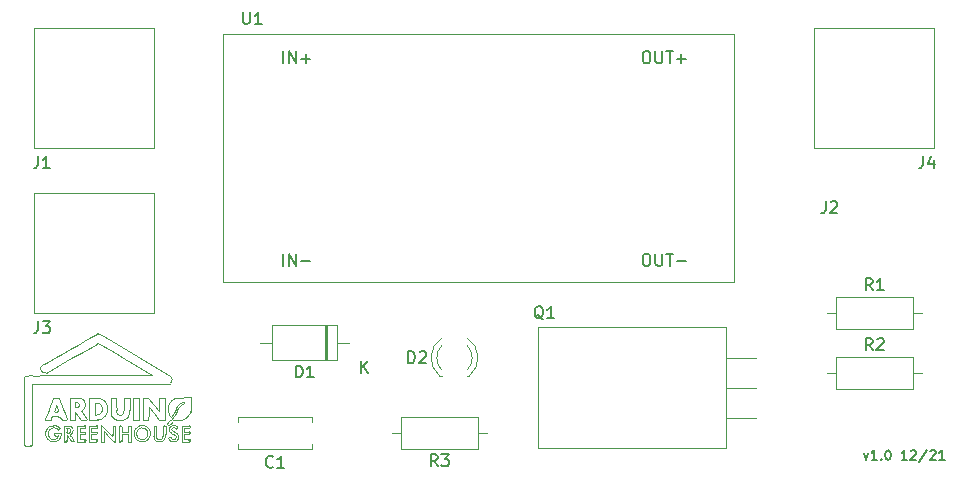
<source format=gto>
G04 #@! TF.GenerationSoftware,KiCad,Pcbnew,(5.1.9)-1*
G04 #@! TF.CreationDate,2021-12-30T20:04:45+01:00*
G04 #@! TF.ProjectId,Pumpe,50756d70-652e-46b6-9963-61645f706362,rev?*
G04 #@! TF.SameCoordinates,Original*
G04 #@! TF.FileFunction,Legend,Top*
G04 #@! TF.FilePolarity,Positive*
%FSLAX46Y46*%
G04 Gerber Fmt 4.6, Leading zero omitted, Abs format (unit mm)*
G04 Created by KiCad (PCBNEW (5.1.9)-1) date 2021-12-30 20:04:45*
%MOMM*%
%LPD*%
G01*
G04 APERTURE LIST*
%ADD10C,0.152400*%
%ADD11C,0.120000*%
%ADD12C,0.150000*%
%ADD13C,2.000000*%
%ADD14O,1.600000X1.600000*%
%ADD15C,1.600000*%
%ADD16O,2.000000X1.905000*%
%ADD17R,2.000000X1.905000*%
%ADD18O,3.500000X3.500000*%
%ADD19C,3.000000*%
%ADD20C,1.800000*%
%ADD21R,1.800000X1.800000*%
%ADD22O,2.200000X2.200000*%
%ADD23R,2.200000X2.200000*%
G04 APERTURE END LIST*
D10*
X174355276Y-72850828D02*
X174548800Y-73392695D01*
X174742323Y-72850828D01*
X175477714Y-73392695D02*
X175013257Y-73392695D01*
X175245485Y-73392695D02*
X175245485Y-72579895D01*
X175168076Y-72696009D01*
X175090666Y-72773419D01*
X175013257Y-72812123D01*
X175826057Y-73315285D02*
X175864761Y-73353990D01*
X175826057Y-73392695D01*
X175787352Y-73353990D01*
X175826057Y-73315285D01*
X175826057Y-73392695D01*
X176367923Y-72579895D02*
X176445333Y-72579895D01*
X176522742Y-72618600D01*
X176561447Y-72657304D01*
X176600152Y-72734714D01*
X176638857Y-72889533D01*
X176638857Y-73083057D01*
X176600152Y-73237876D01*
X176561447Y-73315285D01*
X176522742Y-73353990D01*
X176445333Y-73392695D01*
X176367923Y-73392695D01*
X176290514Y-73353990D01*
X176251809Y-73315285D01*
X176213104Y-73237876D01*
X176174400Y-73083057D01*
X176174400Y-72889533D01*
X176213104Y-72734714D01*
X176251809Y-72657304D01*
X176290514Y-72618600D01*
X176367923Y-72579895D01*
X178032228Y-73392695D02*
X177567771Y-73392695D01*
X177800000Y-73392695D02*
X177800000Y-72579895D01*
X177722590Y-72696009D01*
X177645180Y-72773419D01*
X177567771Y-72812123D01*
X178341866Y-72657304D02*
X178380571Y-72618600D01*
X178457980Y-72579895D01*
X178651504Y-72579895D01*
X178728914Y-72618600D01*
X178767619Y-72657304D01*
X178806323Y-72734714D01*
X178806323Y-72812123D01*
X178767619Y-72928238D01*
X178303161Y-73392695D01*
X178806323Y-73392695D01*
X179735238Y-72541190D02*
X179038552Y-73586219D01*
X179967466Y-72657304D02*
X180006171Y-72618600D01*
X180083580Y-72579895D01*
X180277104Y-72579895D01*
X180354514Y-72618600D01*
X180393219Y-72657304D01*
X180431923Y-72734714D01*
X180431923Y-72812123D01*
X180393219Y-72928238D01*
X179928761Y-73392695D01*
X180431923Y-73392695D01*
X181206019Y-73392695D02*
X180741561Y-73392695D01*
X180973790Y-73392695D02*
X180973790Y-72579895D01*
X180896380Y-72696009D01*
X180818971Y-72773419D01*
X180741561Y-72812123D01*
D11*
X115655258Y-71490231D02*
G75*
G02*
X115686934Y-71502208I-18608J-97091D01*
G01*
X115513295Y-71575020D02*
G75*
G02*
X115541791Y-71512284I78794J2049D01*
G01*
X115541791Y-71512283D02*
G75*
G02*
X115613861Y-71486300I72069J-86957D01*
G01*
X115816640Y-71670226D02*
G75*
G02*
X115739342Y-71609175I174463J300349D01*
G01*
X115991944Y-71706909D02*
G75*
G02*
X115911831Y-71709180I-44022J138701D01*
G01*
X116150723Y-71843177D02*
G75*
G02*
X116047694Y-71875970I-150208J293683D01*
G01*
X115776674Y-70898195D02*
G75*
G02*
X115768667Y-70826885I76017J44640D01*
G01*
X116264335Y-70658246D02*
G75*
G02*
X116283774Y-70692370I-77860J-66951D01*
G01*
X115846013Y-70969863D02*
G75*
G02*
X115776674Y-70898196I113106J178808D01*
G01*
X115989759Y-71049220D02*
G75*
G02*
X116206841Y-71181579I-533615J-1119382D01*
G01*
X115810653Y-71880925D02*
G75*
G02*
X115742423Y-71863758I30834J266732D01*
G01*
X115739343Y-71609174D02*
G75*
G02*
X115713861Y-71545378I67118J63796D01*
G01*
X116062575Y-71666376D02*
G75*
G02*
X115991944Y-71706909I-128723J142500D01*
G01*
X116142531Y-71513231D02*
G75*
G02*
X116115705Y-71597708I-254557J34337D01*
G01*
X106858212Y-71845587D02*
G75*
G02*
X106828392Y-71875700I-48810J18514D01*
G01*
X106828392Y-71875700D02*
G75*
G02*
X106772108Y-71886300I-56284J144122D01*
G01*
X116228513Y-71782471D02*
G75*
G02*
X116150722Y-71843177I-196821J172021D01*
G01*
X106673861Y-71201641D02*
X106673861Y-71886300D01*
X116184509Y-70803347D02*
G75*
G02*
X116140211Y-70789031I3072J85202D01*
G01*
X115613860Y-71486301D02*
G75*
G02*
X115655257Y-71490232I1J-219933D01*
G01*
X115952495Y-70688936D02*
G75*
G02*
X116024686Y-70703199I3092J-174184D01*
G01*
X115879732Y-70705698D02*
G75*
G02*
X115952495Y-70688937I75963J-163458D01*
G01*
X115814719Y-70751155D02*
G75*
G02*
X115879731Y-70705697I160923J-160923D01*
G01*
X116221438Y-70613419D02*
G75*
G02*
X116264335Y-70658246I-399443J-425189D01*
G01*
X116284488Y-70722414D02*
G75*
G02*
X116268463Y-70752804I-80202J22872D01*
G01*
X115683800Y-71830322D02*
G75*
G02*
X115621344Y-71774112I347867J449324D01*
G01*
X116268464Y-70752804D02*
G75*
G02*
X116225891Y-70791448I-157401J130631D01*
G01*
X115989758Y-71049221D02*
G75*
G02*
X115846013Y-70969864I593213J1244405D01*
G01*
X115911831Y-71709181D02*
G75*
G02*
X115816640Y-71670226I92852J362682D01*
G01*
X115706684Y-71521142D02*
G75*
G02*
X115713861Y-71545378I-37334J-24236D01*
G01*
X115621344Y-71774112D02*
G75*
G02*
X115540816Y-71669018I434808J416573D01*
G01*
X115686934Y-71502208D02*
G75*
G02*
X115706684Y-71521142I-30431J-51510D01*
G01*
X116225891Y-70791447D02*
G75*
G02*
X116184509Y-70803347I-38886J57323D01*
G01*
X116293447Y-71687102D02*
G75*
G02*
X116228514Y-71782472I-426258J220427D01*
G01*
X115742423Y-71863758D02*
G75*
G02*
X115683800Y-71830322I88920J224010D01*
G01*
X116137731Y-71427480D02*
G75*
G02*
X116142530Y-71513231I-220549J-55354D01*
G01*
X116024685Y-70703198D02*
G75*
G02*
X116088146Y-70746300I-81073J-187637D01*
G01*
X116140211Y-70789031D02*
G75*
G02*
X116088146Y-70746300I190956J285750D01*
G01*
X115903974Y-71886301D02*
G75*
G02*
X115810653Y-71880925I0J812656D01*
G01*
X106872585Y-71779155D02*
G75*
G02*
X106858213Y-71845587I-227730J14496D01*
G01*
X115768667Y-70826886D02*
G75*
G02*
X115814720Y-70751156I178410J-56627D01*
G01*
X116007906Y-70509504D02*
G75*
G02*
X116122717Y-70545400I-61837J-399336D01*
G01*
X116353044Y-71495437D02*
G75*
G02*
X116293447Y-71687101I-569352J71940D01*
G01*
X116206841Y-71181579D02*
G75*
G02*
X116326213Y-71328457I-242882J-319343D01*
G01*
X116115705Y-71597709D02*
G75*
G02*
X116062575Y-71666376I-217812J113640D01*
G01*
X106673861Y-71886300D02*
X106772108Y-71886300D01*
X116283774Y-70692370D02*
G75*
G02*
X116284488Y-70722414I-47932J-16171D01*
G01*
X115767010Y-70543052D02*
G75*
G02*
X115886095Y-70508721I181425J-405614D01*
G01*
X115886095Y-70508720D02*
G75*
G02*
X116007906Y-70509504I58263J-411173D01*
G01*
X116122717Y-70545400D02*
G75*
G02*
X116221438Y-70613419I-174326J-358664D01*
G01*
X116326213Y-71328457D02*
G75*
G02*
X116353044Y-71495438I-271545J-129279D01*
G01*
X116047694Y-71875969D02*
G75*
G02*
X115903974Y-71886300I-143721J994545D01*
G01*
X115540815Y-71669018D02*
G75*
G02*
X115513294Y-71575020I163747J98971D01*
G01*
X109504192Y-70684073D02*
G75*
G02*
X109475861Y-70712729I-43974J15142D01*
G01*
X109465861Y-71873669D02*
G75*
G02*
X109385787Y-71884584I-84605J321497D01*
G01*
X107953861Y-71686300D02*
X107953861Y-71466300D01*
X108953861Y-71046300D02*
X108953861Y-70886300D01*
X108213861Y-71046300D02*
X107953861Y-71046300D01*
X108466606Y-70538317D02*
G75*
G02*
X108499424Y-70565560I-11487J-47226D01*
G01*
X108464824Y-71088667D02*
G75*
G02*
X108473861Y-71146300I-179268J-57633D01*
G01*
X109452894Y-71213851D02*
G75*
G02*
X109383577Y-71228643I-88953J247030D01*
G01*
X109475860Y-70712729D02*
G75*
G02*
X109413284Y-70724291I-67039J187711D01*
G01*
X109233861Y-70726300D02*
X109413284Y-70724291D01*
X108953861Y-70726300D02*
X109233861Y-70726300D01*
X109504192Y-71728527D02*
G75*
G02*
X109513861Y-71786300I-167770J-57773D01*
G01*
X109133861Y-71886300D02*
X109385787Y-71884584D01*
X109415006Y-71048189D02*
X109236643Y-71046300D01*
X108953861Y-70886300D02*
X108953861Y-70726300D01*
X109236643Y-71046300D02*
X108953861Y-71046300D01*
X109488287Y-71185655D02*
G75*
G02*
X109452894Y-71213850I-59253J38067D01*
G01*
X109415006Y-71048189D02*
G75*
G02*
X109477617Y-71059031I-4494J-212155D01*
G01*
X108452894Y-70693851D02*
G75*
G02*
X108383577Y-70708643I-88953J247030D01*
G01*
X109477616Y-71059031D02*
G75*
G02*
X109503126Y-71085636I-12508J-37525D01*
G01*
X109503126Y-71085636D02*
G75*
G02*
X109506643Y-71136300I-116868J-33567D01*
G01*
X108753861Y-71206300D02*
X108753861Y-71886300D01*
X107953861Y-71046300D02*
X107953861Y-70888128D01*
X108506643Y-70616301D02*
G75*
G02*
X108488287Y-70665655I-122191J17354D01*
G01*
X108953861Y-71686300D02*
X108953861Y-71468128D01*
X109506643Y-71136301D02*
G75*
G02*
X109488287Y-71185655I-122191J17354D01*
G01*
X109223861Y-71238128D02*
X109383577Y-71228643D01*
X108437860Y-71060146D02*
G75*
G02*
X108464824Y-71088667I-16321J-42437D01*
G01*
X108953861Y-71468128D02*
X108953861Y-71249956D01*
X109233861Y-71686300D02*
X108953861Y-71686300D01*
X108464824Y-71203933D02*
G75*
G02*
X108437861Y-71232454I-43285J13915D01*
G01*
X109500971Y-71844359D02*
G75*
G02*
X109465861Y-71873669I-48824J22802D01*
G01*
X109413284Y-71688310D02*
X109233861Y-71686300D01*
X109413285Y-71688310D02*
G75*
G02*
X109475861Y-71699872I-4464J-199273D01*
G01*
X109475861Y-71699872D02*
G75*
G02*
X109504192Y-71728528I-15643J-43798D01*
G01*
X108384989Y-70527975D02*
X108136643Y-70526300D01*
X107753861Y-70526300D02*
X107753861Y-71206300D01*
X108473860Y-71146301D02*
G75*
G02*
X108464824Y-71203934I-188304J0D01*
G01*
X108437860Y-71232454D02*
G75*
G02*
X108378802Y-71244200I-63567J165276D01*
G01*
X108136643Y-70526300D02*
X107753861Y-70526300D01*
X108378803Y-71048401D02*
G75*
G02*
X108437861Y-71060147I-4510J-177022D01*
G01*
X108213861Y-71246300D02*
X108378802Y-71244200D01*
X107953861Y-71466300D02*
X107953861Y-71246300D01*
X107953861Y-71246300D02*
X108213861Y-71246300D01*
X108233861Y-71686300D02*
X107953861Y-71686300D01*
X108499424Y-70565560D02*
G75*
G02*
X108506643Y-70616300I-83828J-37810D01*
G01*
X107953861Y-70888128D02*
X107953861Y-70729956D01*
X108488287Y-70665655D02*
G75*
G02*
X108452894Y-70693850I-59253J38067D01*
G01*
X108223861Y-70718128D02*
X108383577Y-70708643D01*
X108384989Y-70527975D02*
G75*
G02*
X108466607Y-70538318I-4939J-366188D01*
G01*
X108753861Y-71886300D02*
X109133861Y-71886300D01*
X111313861Y-71886300D02*
X111413861Y-71886300D01*
X111313861Y-71206300D02*
X111313861Y-71886300D01*
X108753861Y-70526300D02*
X108753861Y-71206300D01*
X109133861Y-70526300D02*
X108753861Y-70526300D01*
X109385787Y-70528017D02*
X109133861Y-70526300D01*
X109385787Y-70528017D02*
G75*
G02*
X109465861Y-70538932I-4531J-332412D01*
G01*
X108953861Y-71249956D02*
X109223861Y-71238128D01*
X107953861Y-70729956D02*
X108223861Y-70718128D01*
X109513861Y-71786301D02*
G75*
G02*
X109500971Y-71844360I-137202J0D01*
G01*
X109465861Y-70538931D02*
G75*
G02*
X109500971Y-70568241I-13714J-52113D01*
G01*
X108378802Y-71048401D02*
X108213861Y-71046300D01*
X109500971Y-70568241D02*
G75*
G02*
X109513861Y-70626300I-124312J-58059D01*
G01*
X109513860Y-70626300D02*
G75*
G02*
X109504192Y-70684073I-177438J-1D01*
G01*
X107172402Y-70804688D02*
G75*
G02*
X107216898Y-70886961I-146008J-132136D01*
G01*
X106872585Y-71779155D02*
X106882108Y-71596300D01*
X106673861Y-70516981D02*
X106673861Y-71201641D01*
X108413284Y-71688310D02*
X108233861Y-71686300D01*
X107403860Y-71886099D02*
G75*
G02*
X107337929Y-71871918I296J161732D01*
G01*
X108413285Y-71688310D02*
G75*
G02*
X108475861Y-71699872I-4464J-199273D01*
G01*
X108475861Y-71699872D02*
G75*
G02*
X108504192Y-71728528I-15643J-43798D01*
G01*
X108504192Y-71728527D02*
G75*
G02*
X108513861Y-71786300I-167770J-57773D01*
G01*
X108513861Y-71786301D02*
G75*
G02*
X108500971Y-71844360I-137202J0D01*
G01*
X108465861Y-71873669D02*
G75*
G02*
X108385787Y-71884584I-84605J321497D01*
G01*
X107753861Y-71886300D02*
X108133861Y-71886300D01*
X107508840Y-71842708D02*
X107469055Y-71781497D01*
X107508841Y-71842708D02*
G75*
G02*
X107513861Y-71859935I-27048J-17227D01*
G01*
X107088871Y-70749327D02*
G75*
G02*
X107136923Y-70774668I-126447J-298004D01*
G01*
X107419777Y-71709876D02*
X107361331Y-71629935D01*
X106873861Y-70948996D02*
X106876142Y-70805669D01*
X107218424Y-70980496D02*
G75*
G02*
X107177138Y-71060661I-176195J40027D01*
G01*
X107167358Y-70567318D02*
G75*
G02*
X107236025Y-70601697I-89024J-263580D01*
G01*
X107419118Y-70936899D02*
G75*
G02*
X107380204Y-71083666I-350756J14458D01*
G01*
X106893861Y-71306300D02*
X107093861Y-71596099D01*
X107197768Y-71297623D02*
G75*
G02*
X107281206Y-71211390I634091J-530054D01*
G01*
X107361331Y-71629935D02*
X107213621Y-71427888D01*
X107469055Y-71781497D02*
X107419777Y-71709876D01*
X107513861Y-71859934D02*
G75*
G02*
X107507086Y-71870142I-11077J-1D01*
G01*
X107446019Y-71884269D02*
G75*
G02*
X107403861Y-71886099I-41304J464948D01*
G01*
X106882108Y-71596300D02*
X106893861Y-71306300D01*
X107304005Y-70658263D02*
G75*
G02*
X107392224Y-70789090I-292179J-292179D01*
G01*
X107182721Y-71355690D02*
G75*
G02*
X107197768Y-71297622I68764J13164D01*
G01*
X107093861Y-71596099D02*
X107204886Y-71750815D01*
X107481547Y-71878497D02*
G75*
G02*
X107446018Y-71884269I-57527J241864D01*
G01*
X107036435Y-70732058D02*
G75*
G02*
X107088871Y-70749327I-77392J-323240D01*
G01*
X108500971Y-71844359D02*
G75*
G02*
X108465861Y-71873669I-48824J22802D01*
G01*
X107213621Y-71427888D02*
G75*
G02*
X107182721Y-71355690I149653J106763D01*
G01*
X107177138Y-71060661D02*
G75*
G02*
X107103768Y-71106808I-116451J103747D01*
G01*
X108133861Y-71886300D02*
X108385787Y-71884584D01*
X106938665Y-71151617D02*
G75*
G02*
X106896639Y-71144157I-12790J50053D01*
G01*
X106876142Y-70805668D02*
G75*
G02*
X106888971Y-70755869I117610J-3746D01*
G01*
X107753861Y-71206300D02*
X107753861Y-71886300D01*
X107216897Y-70886961D02*
G75*
G02*
X107218423Y-70980496I-190600J-49888D01*
G01*
X107236025Y-70601696D02*
G75*
G02*
X107304005Y-70658263I-274646J-399194D01*
G01*
X107077480Y-70546861D02*
G75*
G02*
X107167358Y-70567318I-55065J-449601D01*
G01*
X107136923Y-70774668D02*
G75*
G02*
X107172402Y-70804689I-94485J-147636D01*
G01*
X106876723Y-71107928D02*
X106873861Y-70948996D01*
X107337929Y-71871918D02*
G75*
G02*
X107276899Y-71831321I91318J203451D01*
G01*
X107380204Y-71083667D02*
G75*
G02*
X107281206Y-71211390I-396090J204782D01*
G01*
X106987661Y-70726301D02*
G75*
G02*
X107036435Y-70732058I0J-209471D01*
G01*
X106896639Y-71144157D02*
G75*
G02*
X106876723Y-71107928I26004J37884D01*
G01*
X107507086Y-71870142D02*
G75*
G02*
X107481548Y-71878497I-63192J149954D01*
G01*
X107392223Y-70789090D02*
G75*
G02*
X107419118Y-70936899I-315223J-133708D01*
G01*
X106919414Y-70732922D02*
G75*
G02*
X106987661Y-70726300I68247J-348387D01*
G01*
X106888971Y-70755870D02*
G75*
G02*
X106919414Y-70732922I38825J-19840D01*
G01*
X107103768Y-71106808D02*
X106938665Y-71151617D01*
X106934914Y-70533603D02*
X106673861Y-70516981D01*
X107276899Y-71831322D02*
G75*
G02*
X107204886Y-71750815I415340J443984D01*
G01*
X107077480Y-70546861D02*
X106934914Y-70533603D01*
X115762239Y-70247420D02*
X115901496Y-70108361D01*
X106326934Y-69746300D02*
X106373807Y-69886300D01*
X105985335Y-69734815D02*
X106326934Y-69746300D01*
X105643735Y-69723330D02*
X105985335Y-69734815D01*
X105379497Y-69074625D02*
X105246289Y-69426279D01*
X116843861Y-68128976D02*
X116604355Y-68133627D01*
X117390468Y-68922603D02*
X117393861Y-68691660D01*
X105579122Y-69884815D02*
X105643735Y-69723330D01*
X116395640Y-68145289D02*
X116226867Y-68162465D01*
X105514508Y-70046300D02*
X105579122Y-69884815D01*
X105043108Y-70028177D02*
G75*
G02*
X105032841Y-70016300I2227J12301D01*
G01*
X116031437Y-70036234D02*
G75*
G02*
X116096806Y-70047420I4192J-172094D01*
G01*
X115461572Y-70293846D02*
G75*
G02*
X115577933Y-70166300I1208641J-985797D01*
G01*
X105274184Y-70046300D02*
X105514508Y-70046300D01*
X115779839Y-69917253D02*
X115665103Y-70069196D01*
X117380251Y-69138880D02*
X117390468Y-68922603D01*
X117134355Y-69754946D02*
G75*
G02*
X116971394Y-69913022I-1156518J1029224D01*
G01*
X116604355Y-68133627D02*
X116395640Y-68145289D01*
X115410268Y-70457499D02*
G75*
G02*
X115403885Y-70395533I60868J37581D01*
G01*
X115500336Y-70474202D02*
G75*
G02*
X115461898Y-70486300I-38438J55011D01*
G01*
X117393861Y-68126300D02*
X116843861Y-68128976D01*
X116246597Y-70080699D02*
G75*
G02*
X116096806Y-70047420I39291J530604D01*
G01*
X116658927Y-70059686D02*
G75*
G02*
X116451965Y-70083112I-291256J1647203D01*
G01*
X117271393Y-69576065D02*
G75*
G02*
X117134355Y-69754946I-1283055J841002D01*
G01*
X105246289Y-69426279D02*
X105134250Y-69727308D01*
X116122732Y-68185089D02*
G75*
G02*
X116226867Y-68162465I179210J-573905D01*
G01*
X117365420Y-69319774D02*
X117380251Y-69138880D01*
X115973767Y-70052915D02*
G75*
G02*
X116031437Y-70036234I60543J-101278D01*
G01*
X116971394Y-69913022D02*
G75*
G02*
X116815409Y-70011162I-438695J524238D01*
G01*
X115461898Y-70486301D02*
G75*
G02*
X115410267Y-70457499I0J60679D01*
G01*
X115500336Y-70474202D02*
X115578189Y-70416129D01*
X105181976Y-70044139D02*
X105274184Y-70046300D01*
X116815408Y-70011161D02*
G75*
G02*
X116658926Y-70059686I-270267J594987D01*
G01*
X105104156Y-70037488D02*
X105181976Y-70044139D01*
X115665103Y-70069195D02*
G75*
G02*
X115577933Y-70166300I-808263J637892D01*
G01*
X105043109Y-70028178D02*
X105104156Y-70037488D01*
X105032841Y-70016301D02*
G75*
G02*
X105036516Y-69993342I60671J2063D01*
G01*
X115403885Y-70395533D02*
G75*
G02*
X115461572Y-70293846I328327J-119054D01*
G01*
X105134250Y-69727308D02*
X105036516Y-69993342D01*
X117393861Y-68691660D02*
X117393861Y-68126300D01*
X117365420Y-69319774D02*
G75*
G02*
X117346820Y-69414027I-497386J49194D01*
G01*
X117346819Y-69414026D02*
G75*
G02*
X117271394Y-69576065I-594266J178045D01*
G01*
X116451964Y-70083112D02*
G75*
G02*
X116246597Y-70080699I-83299J1650899D01*
G01*
X115901496Y-70108360D02*
G75*
G02*
X115973768Y-70052915I274848J-283432D01*
G01*
X115668302Y-70338912D02*
X115762239Y-70247420D01*
X115578189Y-70416129D02*
X115668302Y-70338912D01*
X106298821Y-70741838D02*
G75*
G02*
X106305651Y-70769861I-40723J-24769D01*
G01*
X113378958Y-70505686D02*
G75*
G02*
X113504599Y-70548210I-242927J-924634D01*
G01*
X112872629Y-70886284D02*
G75*
G02*
X113174634Y-70703744I383130J-292777D01*
G01*
X113843896Y-70808071D02*
G75*
G02*
X113926027Y-70992930I-489590J-328197D01*
G01*
X116066673Y-71333338D02*
G75*
G02*
X116114434Y-71380983I-205322J-253581D01*
G01*
X115995239Y-71284331D02*
G75*
G02*
X116066673Y-71333338I-272547J-473836D01*
G01*
X113703755Y-70661276D02*
G75*
G02*
X113843895Y-70808072I-353295J-477569D01*
G01*
X113021213Y-70544253D02*
G75*
G02*
X113159514Y-70503656I424473J-1190186D01*
G01*
X113419568Y-71880348D02*
G75*
G02*
X113097858Y-71876824I-152223J789886D01*
G01*
X112559832Y-71243452D02*
G75*
G02*
X112674568Y-70816362I701974J40375D01*
G01*
X105621102Y-70516434D02*
X105564117Y-70530985D01*
X115898266Y-71233587D02*
X115995239Y-71284330D01*
X105746356Y-70494459D02*
X105685123Y-70503721D01*
X113174634Y-70703744D02*
G75*
G02*
X113517362Y-70777501I79305J-464651D01*
G01*
X113271150Y-70491311D02*
G75*
G02*
X113378959Y-70505686I-3589J-438380D01*
G01*
X113159515Y-70503657D02*
G75*
G02*
X113271150Y-70491312I107741J-463385D01*
G01*
X106191044Y-70878207D02*
G75*
G02*
X106159036Y-70864021I9475J64585D01*
G01*
X106188849Y-70632240D02*
G75*
G02*
X106270424Y-70701969I-159693J-269403D01*
G01*
X115810682Y-71187630D02*
X115898266Y-71233587D01*
X115726558Y-71134366D02*
X115810682Y-71187630D01*
X115656711Y-71081751D02*
G75*
G02*
X115617797Y-71039782I133176J162506D01*
G01*
X115566121Y-70758573D02*
G75*
G02*
X115639398Y-70632930I297671J-89417D01*
G01*
X113698468Y-71754785D02*
G75*
G02*
X113419568Y-71880347I-404424J525781D01*
G01*
X105793860Y-70490787D02*
G75*
G02*
X105903079Y-70505696I9269J-339608D01*
G01*
X106050014Y-70560646D02*
G75*
G02*
X106188849Y-70632240I-536861J-1211502D01*
G01*
X115639398Y-70632930D02*
G75*
G02*
X115767010Y-70543052I293731J-281514D01*
G01*
X112767605Y-71233397D02*
G75*
G02*
X112872629Y-70886284I515427J33496D01*
G01*
X105716962Y-70703213D02*
G75*
G02*
X105857843Y-70700986I78102J-483337D01*
G01*
X105581474Y-70745368D02*
G75*
G02*
X105716963Y-70703214I215776J-454714D01*
G01*
X112916937Y-71563224D02*
G75*
G02*
X112767605Y-71233397I363131J363130D01*
G01*
X105374581Y-70920119D02*
G75*
G02*
X105581475Y-70745368I434151J-304157D01*
G01*
X113103034Y-71681771D02*
G75*
G02*
X112916937Y-71563224I174269J478913D01*
G01*
X113504599Y-70548210D02*
G75*
G02*
X113703755Y-70661276I-367016J-878394D01*
G01*
X113672835Y-71478707D02*
G75*
G02*
X113520848Y-71634961I-418845J255363D01*
G01*
X113743562Y-71096179D02*
G75*
G02*
X113746136Y-71289459I-463798J-102834D01*
G01*
X113664123Y-70919419D02*
G75*
G02*
X113743562Y-71096179I-387112J-280204D01*
G01*
X112722987Y-71651965D02*
G75*
G02*
X112559833Y-71243452I529619J448359D01*
G01*
X105549776Y-71635503D02*
G75*
G02*
X105355674Y-71427014I343862J514731D01*
G01*
X105857843Y-70700987D02*
G75*
G02*
X105990064Y-70738591I-59562J-460680D01*
G01*
X105685123Y-70503721D02*
X105621102Y-70516434D01*
X106220128Y-70871086D02*
G75*
G02*
X106191045Y-70878206I-23308J32250D01*
G01*
X113318061Y-71707441D02*
G75*
G02*
X113103034Y-71681770I-52737J471665D01*
G01*
X113746136Y-71289460D02*
G75*
G02*
X113672835Y-71478708I-562691J109126D01*
G01*
X113886590Y-71520543D02*
G75*
G02*
X113698468Y-71754785I-575802J269770D01*
G01*
X105746356Y-70494458D02*
G75*
G02*
X105793861Y-70490786I60542J-474076D01*
G01*
X113517362Y-70777501D02*
G75*
G02*
X113664123Y-70919419I-326479J-484464D01*
G01*
X106305650Y-70769861D02*
G75*
G02*
X106295199Y-70797423I-50721J3471D01*
G01*
X113953860Y-71218398D02*
G75*
G02*
X113886590Y-71520543I-712176J0D01*
G01*
X112674568Y-70816362D02*
G75*
G02*
X113021213Y-70544253I579884J-381872D01*
G01*
X105903079Y-70505696D02*
G75*
G02*
X106050014Y-70560646I-389670J-1265881D01*
G01*
X106295199Y-70797423D02*
G75*
G02*
X106261249Y-70836055I-316442J243860D01*
G01*
X106261249Y-70836055D02*
G75*
G02*
X106220128Y-70871086I-239596J239596D01*
G01*
X105291808Y-71167113D02*
G75*
G02*
X105374580Y-70920119I458645J-16334D01*
G01*
X106100421Y-70812463D02*
X106159036Y-70864021D01*
X113926028Y-70992930D02*
G75*
G02*
X113953861Y-71218399I-899307J-225469D01*
G01*
X113097859Y-71876824D02*
G75*
G02*
X112722987Y-71651966I142948J663229D01*
G01*
X106270425Y-70701969D02*
G75*
G02*
X106298821Y-70741837I-260485J-215578D01*
G01*
X105355674Y-71427014D02*
G75*
G02*
X105291808Y-71167114I425917J242458D01*
G01*
X115617796Y-71039782D02*
G75*
G02*
X115559004Y-70901345I296306J207541D01*
G01*
X115656710Y-71081751D02*
X115726558Y-71134366D01*
X115559004Y-70901345D02*
G75*
G02*
X115566121Y-70758573I292751J56971D01*
G01*
X105990064Y-70738590D02*
G75*
G02*
X106100421Y-70812463I-167615J-369762D01*
G01*
X116114435Y-71380983D02*
G75*
G02*
X116137731Y-71427480I-93019J-75690D01*
G01*
X113520847Y-71634962D02*
G75*
G02*
X113318061Y-71707441I-254840J393083D01*
G01*
X105465194Y-71822074D02*
G75*
G02*
X105222970Y-71624153I285589J596698D01*
G01*
X110383418Y-71057677D02*
X110217221Y-70886064D01*
X105730678Y-71720131D02*
G75*
G02*
X105671666Y-71699629I172960J593001D01*
G01*
X105773861Y-71726300D02*
G75*
G02*
X105730678Y-71720131I0J154223D01*
G01*
X106158571Y-71456301D02*
G75*
G02*
X106103774Y-71542228I-220373J80099D01*
G01*
X106171711Y-71403993D02*
G75*
G02*
X106158571Y-71456300I-260826J37718D01*
G01*
X105833861Y-71266301D02*
G75*
G02*
X105843529Y-71208528I177438J1D01*
G01*
X105222971Y-71624153D02*
G75*
G02*
X105097650Y-71335822I534144J403560D01*
G01*
X109793861Y-70451926D02*
X109793861Y-71169113D01*
X105427296Y-70597076D02*
G75*
G02*
X105564117Y-70530985I262259J-368258D01*
G01*
X110722680Y-71399223D02*
G75*
G02*
X110695949Y-71393251I-9838J18776D01*
G01*
X109893861Y-71886300D02*
X109993861Y-71886300D01*
X110752588Y-70996300D02*
X110750306Y-71264710D01*
X109793861Y-71886300D02*
X109893861Y-71886300D01*
X113313861Y-68166300D02*
X113313861Y-69106300D01*
X110873861Y-70526300D02*
X110753861Y-70526300D01*
X110750307Y-71264710D02*
G75*
G02*
X110741921Y-71371981I-844842J12080D01*
G01*
X106160261Y-71379505D02*
G75*
G02*
X106171711Y-71403994I-12923J-20964D01*
G01*
X110993861Y-71226300D02*
X110993861Y-70526300D01*
X105873127Y-71704108D02*
G75*
G02*
X105773861Y-71726300I-99267J210923D01*
G01*
X105995410Y-71633131D02*
G75*
G02*
X105873127Y-71704109I-472599J673383D01*
G01*
X106103774Y-71542227D02*
G75*
G02*
X105995410Y-71633131I-581099J582673D01*
G01*
X106123170Y-71368274D02*
G75*
G02*
X106160261Y-71379506I-2705J-75790D01*
G01*
X106393861Y-71166300D02*
X106113861Y-71166300D01*
X106393861Y-71320385D02*
X106393861Y-71166300D01*
X106393861Y-71320385D02*
G75*
G02*
X106345741Y-71534620I-500961J0D01*
G01*
X105112222Y-71012384D02*
G75*
G02*
X105176694Y-70864219I531226J-143045D01*
G01*
X110217221Y-70886064D02*
X109793861Y-70451926D01*
X105176694Y-70864219D02*
G75*
G02*
X105289914Y-70717065I805054J-502278D01*
G01*
X110465867Y-71436472D02*
X110647432Y-71624363D01*
X110963860Y-71926472D02*
G75*
G02*
X110943957Y-71918447I-162J28292D01*
G01*
X109997874Y-70946300D02*
X110465867Y-71436472D01*
X109995867Y-71416300D02*
X109997874Y-70946300D01*
X105840449Y-71322530D02*
G75*
G02*
X105833861Y-71266300I236671J56230D01*
G01*
X105097649Y-71335822D02*
G75*
G02*
X105112222Y-71012384I737298J128828D01*
G01*
X106113861Y-71166300D02*
X105934437Y-71168310D01*
X106008221Y-71848512D02*
G75*
G02*
X105777527Y-71892967I-230693J576343D01*
G01*
X110976035Y-71914825D02*
X110985048Y-71720726D01*
X110532483Y-71214131D02*
X110383418Y-71057677D01*
X110656504Y-71346362D02*
X110532483Y-71214131D01*
X110993861Y-70526300D02*
X110873861Y-70526300D01*
X109793861Y-71169113D02*
X109793861Y-71886300D01*
X105906302Y-71363562D02*
X106012572Y-71366300D01*
X105906302Y-71363562D02*
G75*
G02*
X105861732Y-71350705I5255J101901D01*
G01*
X105861732Y-71350704D02*
G75*
G02*
X105840449Y-71322531I21445J38325D01*
G01*
X105843530Y-71208528D02*
G75*
G02*
X105871861Y-71179872I43973J-15142D01*
G01*
X106345741Y-71534620D02*
G75*
G02*
X106209059Y-71721284I-553257J261741D01*
G01*
X110647432Y-71624363D02*
X110805200Y-71782606D01*
X110985048Y-71720726D02*
X110991704Y-71494723D01*
X110976034Y-71914825D02*
G75*
G02*
X110963861Y-71926472I-12244J612D01*
G01*
X110805200Y-71782606D02*
X110943957Y-71918447D01*
X105777527Y-71892967D02*
G75*
G02*
X105465194Y-71822074I0J723470D01*
G01*
X105289914Y-70717066D02*
G75*
G02*
X105427296Y-70597077I672230J-631028D01*
G01*
X109993861Y-71886300D02*
X109995867Y-71416300D01*
X110741920Y-71371981D02*
G75*
G02*
X110722679Y-71399223I-36222J5168D01*
G01*
X110656505Y-71346362D02*
G75*
G02*
X110695949Y-71393251I-441210J-411196D01*
G01*
X113551526Y-68166300D02*
X113313861Y-68166300D01*
X106209059Y-71721283D02*
G75*
G02*
X106008222Y-71848511I-442354J476153D01*
G01*
X110753861Y-70526300D02*
X110752588Y-70996300D01*
X110991704Y-71494723D02*
X110993861Y-71226300D01*
X105608286Y-71670256D02*
G75*
G02*
X105549776Y-71635503I298370J568971D01*
G01*
X105871861Y-71179872D02*
G75*
G02*
X105934437Y-71168310I67039J-187711D01*
G01*
X105671666Y-71699629D02*
G75*
G02*
X105608286Y-71670256I267780J660873D01*
G01*
X106012572Y-71366300D02*
X106123170Y-71368274D01*
X112175744Y-69572514D02*
G75*
G02*
X112066256Y-69810274I-696896J176829D01*
G01*
X110704964Y-69734907D02*
G75*
G02*
X110638207Y-69584424I475738J301097D01*
G01*
X111983861Y-68174304D02*
X111753861Y-68162308D01*
X110597386Y-69049100D02*
X110607137Y-69287687D01*
X112753861Y-68166300D02*
X112513861Y-68166300D01*
X112993861Y-69106300D02*
X112993861Y-68166300D01*
X110607137Y-69287687D02*
X110621053Y-69488348D01*
X114693861Y-68186300D02*
X114673861Y-68735425D01*
X111073861Y-68166300D02*
X110833861Y-68166300D01*
X109413229Y-68606300D02*
G75*
G02*
X109508495Y-68611992I1J-800088D01*
G01*
X111116276Y-70047164D02*
G75*
G02*
X110959009Y-69980795I165344J611308D01*
G01*
X115153861Y-69104304D02*
X115153861Y-68162308D01*
X112513861Y-68166300D02*
X112513861Y-69106300D01*
X112993861Y-70046300D02*
X112993861Y-69106300D01*
X110816616Y-69872140D02*
G75*
G02*
X110704964Y-69734907I519451J536660D01*
G01*
X112513861Y-70046300D02*
X112753861Y-70046300D01*
X111753861Y-68162308D02*
X111752118Y-68674304D01*
X110959009Y-69980795D02*
G75*
G02*
X110816616Y-69872139I389868J658548D01*
G01*
X113789192Y-68166300D02*
X113551526Y-68166300D01*
X114221526Y-68725425D02*
X113789192Y-68166300D01*
X114653861Y-69284549D02*
X114221526Y-68725425D01*
X114673861Y-68735425D02*
X114653861Y-69284549D01*
X114923861Y-68174304D02*
X114693861Y-68186300D01*
X113791664Y-70046300D02*
X113802762Y-69479856D01*
X109508496Y-68611992D02*
G75*
G02*
X109581953Y-68629776I-38166J-318256D01*
G01*
X115153861Y-70046300D02*
X115153861Y-69104304D01*
X114923219Y-70046300D02*
X115153861Y-70046300D01*
X111128448Y-69463893D02*
G75*
G02*
X111084384Y-69229700I797666J271326D01*
G01*
X111084384Y-69229700D02*
X111073923Y-68756300D01*
X114692577Y-70046300D02*
X114923219Y-70046300D01*
X113313861Y-70046300D02*
X113552762Y-70046300D01*
X113313861Y-69106300D02*
X113313861Y-70046300D01*
X110638207Y-69584423D02*
G75*
G02*
X110621053Y-69488348I500257J138887D01*
G01*
X112066256Y-69810274D02*
G75*
G02*
X111883500Y-69977951I-477524J337034D01*
G01*
X111731841Y-70038428D02*
G75*
G02*
X111522944Y-70072170I-344482J1469212D01*
G01*
X112993861Y-68166300D02*
X112753861Y-68166300D01*
X111373861Y-69638076D02*
G75*
G02*
X111220003Y-69584329I23039J313043D01*
G01*
X111522944Y-70072170D02*
G75*
G02*
X111303334Y-70076683I-142256J1576904D01*
G01*
X112226464Y-68626300D02*
X112213861Y-68186300D01*
X109233861Y-69103940D02*
X109233861Y-68606300D01*
X111073923Y-68756300D02*
X111073861Y-68166300D01*
X112513861Y-69106300D02*
X112513861Y-70046300D01*
X110593861Y-68166300D02*
X110594084Y-68796300D01*
X109581953Y-68629776D02*
G75*
G02*
X109648057Y-68663919I-107259J-288727D01*
G01*
X115153861Y-68162308D02*
X114923861Y-68174304D01*
X114253219Y-69479856D02*
X114692577Y-70046300D01*
X112226280Y-69210974D02*
X112226464Y-68626300D01*
X112226280Y-69210973D02*
G75*
G02*
X112175744Y-69572514I-1667809J48823D01*
G01*
X111737314Y-69217650D02*
G75*
G02*
X111680830Y-69479395I-831722J42518D01*
G01*
X111752118Y-68674304D02*
X111737315Y-69217650D01*
X112213861Y-68186300D02*
X111983861Y-68174304D01*
X111883500Y-69977951D02*
G75*
G02*
X111731842Y-70038429I-277072J474410D01*
G01*
X110833861Y-68166300D02*
X110593861Y-68166300D01*
X109648057Y-68663918D02*
G75*
G02*
X109720247Y-68720354I-392872J-576932D01*
G01*
X112753861Y-70046300D02*
X112993861Y-70046300D01*
X111303334Y-70076684D02*
G75*
G02*
X111116277Y-70047165I43059J880304D01*
G01*
X110594084Y-68796300D02*
X110597386Y-69049100D01*
X109233861Y-68606300D02*
X109413229Y-68606300D01*
X111565516Y-69602567D02*
G75*
G02*
X111373861Y-69638076I-163476J347360D01*
G01*
X113813861Y-68913411D02*
X114253219Y-69479856D01*
X111220003Y-69584329D02*
G75*
G02*
X111128449Y-69463893I134658J197383D01*
G01*
X111680830Y-69479395D02*
G75*
G02*
X111565515Y-69602567I-212540J83417D01*
G01*
X113802762Y-69479856D02*
X113813861Y-68913411D01*
X113552762Y-70046300D02*
X113791664Y-70046300D01*
X107891003Y-68629157D02*
G75*
G02*
X107947822Y-68743969I-141483J-141484D01*
G01*
X107596247Y-68918165D02*
X107593861Y-68786300D01*
X109789523Y-68791664D02*
G75*
G02*
X109828708Y-68856393I-186270J-156985D01*
G01*
X109859562Y-69936060D02*
G75*
G02*
X109752556Y-69981040I-315743J601375D01*
G01*
X108141247Y-68245036D02*
G75*
G02*
X108278879Y-68326891I-138434J-389395D01*
G01*
X108783861Y-68188756D02*
G75*
G02*
X108809893Y-68176968I28007J-27211D01*
G01*
X108934298Y-68172013D02*
X108809893Y-68176968D01*
X109253861Y-68175119D02*
X109083071Y-68170749D01*
X109590326Y-68202618D02*
X109253861Y-68175119D01*
X109590326Y-68202618D02*
G75*
G02*
X109816399Y-68259543I-117690J-944779D01*
G01*
X109816399Y-68259543D02*
G75*
G02*
X109993539Y-68361356I-243215J-628163D01*
G01*
X109993539Y-68361356D02*
G75*
G02*
X110166419Y-68528449I-795242J-995768D01*
G01*
X107634632Y-68997538D02*
G75*
G02*
X107608001Y-68972151I15361J42775D01*
G01*
X108379644Y-68456978D02*
G75*
G02*
X108441574Y-68667549I-508332J-263896D01*
G01*
X110166419Y-68528448D02*
G75*
G02*
X110352124Y-68887881I-671052J-574396D01*
G01*
X110358441Y-69292912D02*
G75*
G02*
X110182998Y-69666284I-904784J197241D01*
G01*
X107760467Y-68570930D02*
G75*
G02*
X107812200Y-68584765I-66614J-352736D01*
G01*
X107596158Y-68643900D02*
G75*
G02*
X107609185Y-68595081I111468J-3597D01*
G01*
X108278879Y-68326892D02*
G75*
G02*
X108379644Y-68456978I-306622J-341578D01*
G01*
X108753861Y-70054727D02*
X109223861Y-70038893D01*
X107947821Y-68743969D02*
G75*
G02*
X107924246Y-68871243I-205858J-27688D01*
G01*
X107931294Y-68197943D02*
G75*
G02*
X108141247Y-68245036I-88794J-887429D01*
G01*
X108771697Y-68217210D02*
G75*
G02*
X108783861Y-68188756I43092J-1596D01*
G01*
X110182999Y-69666284D02*
G75*
G02*
X109859563Y-69936060I-789301J617523D01*
G01*
X109223861Y-70038893D02*
X109476267Y-70026963D01*
X108762673Y-68480093D02*
X108756025Y-68783229D01*
X108441574Y-68667549D02*
G75*
G02*
X108425643Y-68900260I-721747J-67490D01*
G01*
X107684961Y-69006300D02*
G75*
G02*
X107634633Y-68997538I-1J148909D01*
G01*
X108340184Y-69099995D02*
G75*
G02*
X108201937Y-69216134I-261296J170685D01*
G01*
X107858484Y-68605055D02*
G75*
G02*
X107891003Y-68629158I-64827J-121449D01*
G01*
X107593861Y-68786300D02*
X107596158Y-68643899D01*
X107931294Y-68197943D02*
X107583861Y-68174069D01*
X107583861Y-68174069D02*
X107113861Y-68156440D01*
X107609185Y-68595081D02*
G75*
G02*
X107640074Y-68572595I38586J-20546D01*
G01*
X109236567Y-69296345D02*
X109233861Y-69103940D01*
X109083071Y-68170749D02*
X108934298Y-68172013D01*
X109271298Y-69624718D02*
G75*
G02*
X109256308Y-69600556I16771J27136D01*
G01*
X108771696Y-68217210D02*
X108762673Y-68480093D01*
X107825834Y-68970036D02*
G75*
G02*
X107684960Y-69006300I-140874J255496D01*
G01*
X109509842Y-69600340D02*
G75*
G02*
X109359742Y-69641324I-317896J868897D01*
G01*
X107812200Y-68584765D02*
G75*
G02*
X107858485Y-68605055I-108059J-309440D01*
G01*
X109865283Y-69074793D02*
X109871675Y-69217922D01*
X107608002Y-68972151D02*
G75*
G02*
X107596247Y-68918165I143988J59624D01*
G01*
X108425644Y-68900260D02*
G75*
G02*
X108340184Y-69099995I-609725J142728D01*
G01*
X109862047Y-69297547D02*
G75*
G02*
X109832187Y-69362127I-197140J51959D01*
G01*
X109244858Y-69462194D02*
X109236567Y-69296345D01*
X107924247Y-68871243D02*
G75*
G02*
X107825835Y-68970037I-218790J119530D01*
G01*
X109256308Y-69600556D02*
X109244858Y-69462194D01*
X109752556Y-69981040D02*
G75*
G02*
X109635131Y-70009324I-244439J756907D01*
G01*
X109720247Y-68720354D02*
G75*
G02*
X109789523Y-68791663I-469209J-525137D01*
G01*
X107113861Y-68156440D02*
X107113861Y-69103366D01*
X109768266Y-69442895D02*
G75*
G02*
X109662090Y-69529144I-323551J289826D01*
G01*
X110352124Y-68887881D02*
G75*
G02*
X110358441Y-69292912I-860845J-215990D01*
G01*
X109828708Y-68856393D02*
G75*
G02*
X109850918Y-68938780I-316500J-129512D01*
G01*
X109359742Y-69641324D02*
G75*
G02*
X109271298Y-69624717I-22684J123008D01*
G01*
X109662090Y-69529144D02*
G75*
G02*
X109509842Y-69600339I-485775J840424D01*
G01*
X109832187Y-69362127D02*
G75*
G02*
X109768266Y-69442895I-693274J482985D01*
G01*
X109635132Y-70009324D02*
G75*
G02*
X109476267Y-70026963I-256399J1585025D01*
G01*
X108756025Y-68783229D02*
X108753861Y-69137180D01*
X107711004Y-68566300D02*
G75*
G02*
X107760467Y-68570930I-1J-266553D01*
G01*
X107640073Y-68572594D02*
G75*
G02*
X107711003Y-68566300I70931J-396520D01*
G01*
X108753861Y-69137180D02*
X108753861Y-70054727D01*
X109871674Y-69217922D02*
G75*
G02*
X109862047Y-69297546I-292802J-4990D01*
G01*
X109850918Y-68938780D02*
X109865283Y-69074793D01*
X106906776Y-69959805D02*
X106815982Y-69703049D01*
X106858619Y-70035843D02*
G75*
G02*
X106786128Y-70041459I-69700J429016D01*
G01*
X106667270Y-70038209D02*
X106786128Y-70041459D01*
X108209004Y-69474508D02*
X108136411Y-69372064D01*
X105896020Y-68996300D02*
X105924447Y-68908117D01*
X107113861Y-70050293D02*
X107343861Y-70038297D01*
X105804435Y-69276300D02*
X105815607Y-69245048D01*
X108298232Y-69594118D02*
X108209004Y-69474508D01*
X106102243Y-69111331D02*
X106129282Y-69198521D01*
X108392283Y-69717987D02*
X108298232Y-69594118D01*
X108586129Y-69975156D02*
X108553599Y-69931432D01*
X106129282Y-69198521D02*
X106150798Y-69272180D01*
X108339519Y-70046300D02*
X108524827Y-70044808D01*
X108479999Y-69833879D02*
X108392283Y-69717987D01*
X108553599Y-69931432D02*
X108479999Y-69833879D01*
X108600927Y-70013370D02*
G75*
G02*
X108585923Y-70035669I-20803J-2200D01*
G01*
X108040641Y-70046300D02*
X108339519Y-70046300D01*
X105982283Y-68769608D02*
X106008444Y-68839082D01*
X106708998Y-69407335D02*
X106582114Y-69066300D01*
X106906776Y-69959805D02*
G75*
G02*
X106913478Y-69998209I-111688J-39277D01*
G01*
X107818996Y-69698412D02*
X108040641Y-70046300D01*
X105924447Y-68908117D02*
X105949838Y-68833863D01*
X105727173Y-68162949D02*
X105379497Y-69074625D01*
X106037459Y-68919072D02*
X106070188Y-69014067D01*
X107597351Y-69350523D02*
X107818996Y-69698412D01*
X106251133Y-68186300D02*
X105989153Y-68174625D01*
X107585606Y-69688412D02*
X107597351Y-69350523D01*
X105815607Y-69245048D02*
X105839231Y-69173425D01*
X107573861Y-70026300D02*
X107585606Y-69688412D01*
X107343861Y-70038297D02*
X107573861Y-70026300D01*
X105832799Y-69314626D02*
G75*
G02*
X105808299Y-69298632I15110J49909D01*
G01*
X106509240Y-70027569D02*
G75*
G02*
X106446869Y-70009504I14371J166319D01*
G01*
X106150799Y-69272180D02*
G75*
G02*
X106153861Y-69294067I-76687J-21887D01*
G01*
X106913477Y-69998209D02*
G75*
G02*
X106899544Y-70021845I-26680J-197D01*
G01*
X107113861Y-69103366D02*
X107113861Y-70050293D01*
X105839231Y-69173425D02*
X105866877Y-69088031D01*
X105808298Y-69298632D02*
G75*
G02*
X105804435Y-69276300I16833J14412D01*
G01*
X105884198Y-69323789D02*
G75*
G02*
X105832798Y-69314626I13084J222146D01*
G01*
X105969581Y-69326300D02*
X105884198Y-69323788D01*
X106099728Y-69316832D02*
G75*
G02*
X106040223Y-69323976I-96224J550122D01*
G01*
X106509239Y-70027569D02*
X106667270Y-70038209D01*
X106582114Y-69066300D02*
X106251133Y-68186300D01*
X106815982Y-69703049D02*
X106708998Y-69407335D01*
X106040223Y-69323976D02*
X105969581Y-69326300D01*
X106153861Y-69294068D02*
G75*
G02*
X106144302Y-69306688I-13111J1D01*
G01*
X105949838Y-68833863D02*
X105972780Y-68769613D01*
X106446868Y-70009504D02*
G75*
G02*
X106409237Y-69971422I39881J77043D01*
G01*
X106008444Y-68839082D02*
X106037459Y-68919072D01*
X105977493Y-68766301D02*
G75*
G02*
X105982283Y-68769608I0J-5122D01*
G01*
X105989153Y-68174625D02*
X105727173Y-68162949D01*
X106899544Y-70021845D02*
G75*
G02*
X106858619Y-70035843I-61604J113283D01*
G01*
X106409237Y-69971422D02*
G75*
G02*
X106373807Y-69886300I577832J290445D01*
G01*
X108159402Y-69234685D02*
X108201937Y-69216134D01*
X106070188Y-69014067D02*
X106102243Y-69111331D01*
X108121017Y-69252070D02*
X108159402Y-69234685D01*
X108089070Y-69267069D02*
X108121017Y-69252070D01*
X108078232Y-69273361D02*
G75*
G02*
X108089070Y-69267069I43987J-63286D01*
G01*
X108076315Y-69283562D02*
G75*
G02*
X108078232Y-69273361I6139J4127D01*
G01*
X105972780Y-68769613D02*
G75*
G02*
X105977493Y-68766300I4713J-1696D01*
G01*
X108586128Y-69975156D02*
G75*
G02*
X108600927Y-70013370I-63245J-46465D01*
G01*
X108136411Y-69372064D02*
X108076315Y-69283561D01*
X105866877Y-69088031D02*
X105896020Y-68996300D01*
X108585923Y-70035669D02*
G75*
G02*
X108524827Y-70044808I-64865J224843D01*
G01*
X106144302Y-69306688D02*
G75*
G02*
X106099728Y-69316832I-122420J434907D01*
G01*
X114333861Y-70526300D02*
X114233861Y-70526300D01*
X116793861Y-71046300D02*
X116793861Y-70886300D01*
X117255006Y-71048189D02*
X117076643Y-71046300D01*
X117353860Y-70626300D02*
G75*
G02*
X117344192Y-70684073I-177438J-1D01*
G01*
X117063861Y-71238128D02*
X117223577Y-71228643D01*
X116593861Y-70526300D02*
X116593861Y-71206300D01*
X116793861Y-70886300D02*
X116793861Y-70726300D01*
X117255006Y-71048189D02*
G75*
G02*
X117317617Y-71059031I-4494J-212155D01*
G01*
X117343126Y-71085636D02*
G75*
G02*
X117346643Y-71136300I-116868J-33567D01*
G01*
X117340971Y-71844359D02*
G75*
G02*
X117305861Y-71873669I-48824J22802D01*
G01*
X116973861Y-70526300D02*
X116593861Y-70526300D01*
X117225787Y-70528017D02*
X116973861Y-70526300D01*
X117225787Y-70528017D02*
G75*
G02*
X117305861Y-70538932I-4531J-332412D01*
G01*
X117305861Y-70538931D02*
G75*
G02*
X117340971Y-70568241I-13714J-52113D01*
G01*
X117344192Y-70684073D02*
G75*
G02*
X117315861Y-70712729I-43974J15142D01*
G01*
X116793861Y-71468128D02*
X116793861Y-71249956D01*
X116793861Y-71686300D02*
X116793861Y-71468128D01*
X117073861Y-70726300D02*
X117253284Y-70724291D01*
X116793861Y-70726300D02*
X117073861Y-70726300D01*
X117076643Y-71046300D02*
X116793861Y-71046300D01*
X117346643Y-71136301D02*
G75*
G02*
X117328287Y-71185655I-122191J17354D01*
G01*
X117328287Y-71185655D02*
G75*
G02*
X117292894Y-71213850I-59253J38067D01*
G01*
X114433861Y-70526300D02*
X114333861Y-70526300D01*
X116793861Y-71249956D02*
X117063861Y-71238128D01*
X117253284Y-71688310D02*
X117073861Y-71686300D01*
X116593861Y-71886300D02*
X116973861Y-71886300D01*
X117340971Y-70568241D02*
G75*
G02*
X117353861Y-70626300I-124312J-58059D01*
G01*
X117315860Y-70712729D02*
G75*
G02*
X117253284Y-70724291I-67039J187711D01*
G01*
X116593861Y-71206300D02*
X116593861Y-71886300D01*
X114233861Y-70526300D02*
X114234010Y-71036300D01*
X117344192Y-71728527D02*
G75*
G02*
X117353861Y-71786300I-167770J-57773D01*
G01*
X117353861Y-71786301D02*
G75*
G02*
X117340971Y-71844360I-137202J0D01*
G01*
X116973861Y-71886300D02*
X117225787Y-71884584D01*
X117317616Y-71059031D02*
G75*
G02*
X117343126Y-71085636I-12508J-37525D01*
G01*
X117292894Y-71213851D02*
G75*
G02*
X117223577Y-71228643I-88953J247030D01*
G01*
X117073861Y-71686300D02*
X116793861Y-71686300D01*
X117253285Y-71688310D02*
G75*
G02*
X117315861Y-71699872I-4464J-199273D01*
G01*
X117315861Y-71699872D02*
G75*
G02*
X117344192Y-71728528I-15643J-43798D01*
G01*
X117305861Y-71873669D02*
G75*
G02*
X117225787Y-71884584I-84605J321497D01*
G01*
X112293861Y-71866300D02*
X112304828Y-71196300D01*
X114433861Y-71028119D02*
X114433861Y-70526300D01*
X114976265Y-71574150D02*
G75*
G02*
X114903156Y-71658607I-156178J61321D01*
G01*
X114436157Y-71346354D02*
X114433861Y-71028119D01*
X114447951Y-71475143D02*
G75*
G02*
X114436157Y-71346354I829939J140941D01*
G01*
X114903156Y-71658607D02*
G75*
G02*
X114765976Y-71709877I-227164J398653D01*
G01*
X114536512Y-71632588D02*
G75*
G02*
X114477351Y-71555962I268289J268289D01*
G01*
X115050689Y-70591233D02*
G75*
G02*
X115080976Y-70544537I75986J-16115D01*
G01*
X115233861Y-71010255D02*
X115233861Y-70526300D01*
X115222820Y-71369558D02*
G75*
G02*
X115182986Y-71588998I-944363J58091D01*
G01*
X115106171Y-71731933D02*
G75*
G02*
X114981520Y-71832682I-307678J253186D01*
G01*
X114594784Y-71683833D02*
G75*
G02*
X114536512Y-71632588I370127J479644D01*
G01*
X114643908Y-71710102D02*
G75*
G02*
X114594785Y-71683833I53752J159584D01*
G01*
X111471493Y-70535337D02*
G75*
G02*
X111500014Y-70562300I-13915J-43285D01*
G01*
X111511994Y-71774712D02*
X111513861Y-71566300D01*
X114473830Y-71846283D02*
G75*
G02*
X114354640Y-71747248I182313J340655D01*
G01*
X114477351Y-71555962D02*
G75*
G02*
X114447952Y-71475142I206527J120885D01*
G01*
X115037439Y-70699422D02*
G75*
G02*
X115050689Y-70591233I626068J-21774D01*
G01*
X111793861Y-71246300D02*
X112073861Y-71246300D01*
X114863826Y-71874524D02*
G75*
G02*
X114720972Y-71891222I-164387J786979D01*
G01*
X114581260Y-71882260D02*
G75*
G02*
X114473830Y-71846284I52187J334223D01*
G01*
X114765976Y-71709877D02*
G75*
G02*
X114696703Y-71717875I-83030J415153D01*
G01*
X115233861Y-70526300D02*
X115137039Y-70526300D01*
X111793861Y-71046300D02*
X111513861Y-71046300D01*
X112073861Y-71046300D02*
X111793861Y-71046300D01*
X112073861Y-70786300D02*
X112073861Y-71046300D01*
X112073861Y-71568957D02*
X112073861Y-71891614D01*
X115182986Y-71588999D02*
G75*
G02*
X115106171Y-71731933I-399452J122563D01*
G01*
X111513861Y-71246300D02*
X111793861Y-71246300D01*
X111471805Y-71875350D02*
G75*
G02*
X111413861Y-71886300I-57945J147841D01*
G01*
X111513861Y-71046300D02*
X111513861Y-70786300D01*
X112315795Y-70526300D02*
X112194828Y-70526300D01*
X112073861Y-71246300D02*
X112073861Y-71568957D01*
X111413861Y-70526301D02*
G75*
G02*
X111471494Y-70535337I0J-188304D01*
G01*
X111513861Y-71566300D02*
X111513861Y-71246300D01*
X115011147Y-71416068D02*
G75*
G02*
X114976265Y-71574151I-516840J31153D01*
G01*
X115027039Y-71044986D02*
X115011146Y-71416068D01*
X115037438Y-70699422D02*
X115027039Y-71044986D01*
X114981520Y-71832682D02*
G75*
G02*
X114863826Y-71874525I-212115J410186D01*
G01*
X115222820Y-71369559D02*
X115233861Y-71010255D01*
X114234010Y-71036300D02*
X114244356Y-71393253D01*
X114720972Y-71891222D02*
G75*
G02*
X114581260Y-71882261I-20666J771369D01*
G01*
X111313861Y-70526300D02*
X111313861Y-71206300D01*
X111413861Y-70526300D02*
X111313861Y-70526300D01*
X112073861Y-70526300D02*
X112073861Y-70786300D01*
X112304828Y-71196300D02*
X112315795Y-70526300D01*
X111500014Y-70562301D02*
G75*
G02*
X111511760Y-70621359I-165276J-63567D01*
G01*
X115080976Y-70544537D02*
G75*
G02*
X115137039Y-70526300I56063J-77056D01*
G01*
X114354640Y-71747248D02*
G75*
G02*
X114281824Y-71607968I318301J255082D01*
G01*
X111513861Y-70786300D02*
X111511760Y-70621359D01*
X112194828Y-70526300D02*
X112073861Y-70526300D01*
X112073861Y-71891614D02*
X112183861Y-71878957D01*
X111511994Y-71774712D02*
G75*
G02*
X111500736Y-71844300I-248167J4445D01*
G01*
X111500736Y-71844301D02*
G75*
G02*
X111471805Y-71875351I-46837J14637D01*
G01*
X112183861Y-71878957D02*
X112293861Y-71866300D01*
X114696703Y-71717875D02*
G75*
G02*
X114643908Y-71710101I-4877J150037D01*
G01*
X114281823Y-71607967D02*
G75*
G02*
X114244356Y-71393253I909900J269401D01*
G01*
X110830589Y-64283957D02*
X111821340Y-64871998D01*
X109547368Y-63546734D02*
X110116258Y-63869695D01*
X109440145Y-63565801D02*
G75*
G02*
X109489492Y-63542442I178641J-313574D01*
G01*
X108811635Y-63924039D02*
X109440146Y-63565801D01*
X108102288Y-64329772D02*
X108811635Y-63924039D01*
X107272450Y-64806744D02*
X108102288Y-64329772D01*
X106364657Y-65325641D02*
X107272450Y-64806744D01*
X104844632Y-66004738D02*
G75*
G02*
X104716820Y-65889877I159626J306165D01*
G01*
X104660452Y-65727940D02*
G75*
G02*
X104688131Y-65556300I360625J29896D01*
G01*
X105958668Y-64728660D02*
X105275531Y-65124054D01*
X105666615Y-65715220D02*
X106364657Y-65325641D01*
X105099792Y-66024585D02*
X105666615Y-65715220D01*
X108309188Y-63378660D02*
X107786888Y-63678730D01*
X105014248Y-66046300D02*
G75*
G02*
X104844631Y-66004738I0J366887D01*
G01*
X104716820Y-65889877D02*
G75*
G02*
X104660452Y-65727941I285954J190316D01*
G01*
X105275531Y-65124054D02*
X104947353Y-65326521D01*
X107786888Y-63678730D02*
X107150400Y-64044321D01*
X104688131Y-65556300D02*
G75*
G02*
X104762041Y-65459592I226267J-96329D01*
G01*
X103445354Y-66327307D02*
G75*
G02*
X103973957Y-66284613I741941J-5892458D01*
G01*
X105031363Y-66262933D02*
X103973957Y-66284613D01*
X108791280Y-66246300D02*
X105031363Y-66262933D01*
X110116258Y-63869695D02*
X110830589Y-64283957D01*
X104762041Y-65459593D02*
G75*
G02*
X104947353Y-65326521I1557186J-1972938D01*
G01*
X114088699Y-66226300D02*
X108791280Y-66246300D01*
X111821340Y-64871998D02*
X114088699Y-66226300D01*
X109489492Y-63542441D02*
G75*
G02*
X109547368Y-63546734I24384J-63545D01*
G01*
X105099792Y-66024585D02*
G75*
G02*
X105014248Y-66046300I-85544J157635D01*
G01*
X107150400Y-64044321D02*
X106506329Y-64414208D01*
X106506329Y-64414208D02*
X105958668Y-64728660D01*
X115597497Y-66966300D02*
X115695679Y-66868119D01*
X112837610Y-64637905D02*
X110253715Y-63084216D01*
X116280137Y-68875180D02*
G75*
G02*
X116441867Y-68710499I1266897J-1082436D01*
G01*
X103836937Y-72209377D02*
X103953861Y-72092454D01*
X116597138Y-68604628D02*
G75*
G02*
X116782879Y-68526740I613384J-1202333D01*
G01*
X103244282Y-67211077D02*
X103236277Y-68087902D01*
X116441866Y-68710499D02*
G75*
G02*
X116597138Y-68604628I493232J-556583D01*
G01*
X115607447Y-69662356D02*
X115694207Y-69771163D01*
X109466506Y-62739915D02*
G75*
G02*
X109521175Y-62726300I54669J-102954D01*
G01*
X109725847Y-62791597D02*
X109671210Y-62766603D01*
X115579676Y-66290050D02*
G75*
G02*
X115703861Y-66391963I-287460J-476900D01*
G01*
X103717177Y-72297138D02*
G75*
G02*
X103593861Y-72327277I-123317J237209D01*
G01*
X115767686Y-66760711D02*
G75*
G02*
X115695679Y-66868119I-308177J128762D01*
G01*
X103953861Y-72092454D02*
X103953861Y-69529377D01*
X103236277Y-68087902D02*
X103233861Y-69306748D01*
X103836937Y-72209377D02*
G75*
G02*
X103717177Y-72297138I-344453J344452D01*
G01*
X108749874Y-63128626D02*
X108309188Y-63378660D01*
X115694207Y-69771163D02*
X115914034Y-69404142D01*
X115492474Y-68816723D02*
G75*
G02*
X115739153Y-68419588I1010445J-352454D01*
G01*
X103233861Y-69306748D02*
X103233861Y-72092454D01*
X103593860Y-72327277D02*
G75*
G02*
X103470544Y-72297138I1J267348D01*
G01*
X115703860Y-66391963D02*
G75*
G02*
X115772131Y-66503567I-256276J-233454D01*
G01*
X103233861Y-72092454D02*
X103350784Y-72209377D01*
X109133532Y-62917931D02*
X108749874Y-63128626D01*
X110253715Y-63084216D02*
X109725847Y-62791597D01*
X103953861Y-69529377D02*
X103953861Y-66966300D01*
X103953861Y-66966300D02*
X109775679Y-66966300D01*
X109671210Y-62766603D02*
X109612919Y-62745481D01*
X115899903Y-69743352D02*
X115779839Y-69917253D01*
X116007632Y-69571245D02*
X115899903Y-69743352D01*
X115739153Y-68419588D02*
G75*
G02*
X116122732Y-68185089I658666J-646440D01*
G01*
X109466506Y-62739915D02*
X109133532Y-62917931D01*
X115772132Y-66503567D02*
G75*
G02*
X115794461Y-66632881I-328375J-123288D01*
G01*
X115579676Y-66290050D02*
X112837610Y-64637905D01*
X103274777Y-66444587D02*
G75*
G02*
X103445354Y-66327306I198736J-106361D01*
G01*
X103470544Y-72297138D02*
G75*
G02*
X103350784Y-72209377I224693J432213D01*
G01*
X103255229Y-66519768D02*
X103244282Y-67211077D01*
X116211439Y-69246683D02*
X116007632Y-69571245D01*
X116211438Y-69246683D02*
G75*
G02*
X116388042Y-69009548I2276472J-1511046D01*
G01*
X115794461Y-66632882D02*
G75*
G02*
X115767685Y-66760711I-346992J5964D01*
G01*
X116388042Y-69009548D02*
G75*
G02*
X116552155Y-68838346I1302942J-1084727D01*
G01*
X116106501Y-69102685D02*
G75*
G02*
X116280137Y-68875181I2147989J-1459386D01*
G01*
X116552156Y-68838346D02*
G75*
G02*
X116716130Y-68720219I605944J-668253D01*
G01*
X109775679Y-66966300D02*
X115597497Y-66966300D01*
X116869174Y-68615455D02*
G75*
G02*
X116716130Y-68720219I-668621J812581D01*
G01*
X116782879Y-68526741D02*
G75*
G02*
X116871992Y-68547067I27855J-83387D01*
G01*
X115914034Y-69404142D02*
X116106500Y-69102684D01*
X115443292Y-69270065D02*
G75*
G02*
X115492474Y-68816723I1003480J120474D01*
G01*
X109521175Y-62726301D02*
G75*
G02*
X109559332Y-62730699I0J-167717D01*
G01*
X103255229Y-66519768D02*
G75*
G02*
X103274777Y-66444588I165393J-2873D01*
G01*
X109612919Y-62745481D02*
X109559332Y-62730699D01*
X115607447Y-69662356D02*
G75*
G02*
X115443293Y-69270065I608280J485026D01*
G01*
X116871993Y-68547066D02*
G75*
G02*
X116869174Y-68615455I-31993J-32934D01*
G01*
X120142000Y-37338000D02*
X163342000Y-37338000D01*
X120142000Y-37338000D02*
X120142000Y-58338000D01*
X163342000Y-58338000D02*
X120142000Y-58338000D01*
X163342000Y-58338000D02*
X163342000Y-37338000D01*
X141700000Y-72490000D02*
X141700000Y-69750000D01*
X141700000Y-69750000D02*
X135160000Y-69750000D01*
X135160000Y-69750000D02*
X135160000Y-72490000D01*
X135160000Y-72490000D02*
X141700000Y-72490000D01*
X142470000Y-71120000D02*
X141700000Y-71120000D01*
X134390000Y-71120000D02*
X135160000Y-71120000D01*
X171990000Y-64670000D02*
X171990000Y-67410000D01*
X171990000Y-67410000D02*
X178530000Y-67410000D01*
X178530000Y-67410000D02*
X178530000Y-64670000D01*
X178530000Y-64670000D02*
X171990000Y-64670000D01*
X171220000Y-66040000D02*
X171990000Y-66040000D01*
X179300000Y-66040000D02*
X178530000Y-66040000D01*
X171990000Y-59590000D02*
X171990000Y-62330000D01*
X171990000Y-62330000D02*
X178530000Y-62330000D01*
X178530000Y-62330000D02*
X178530000Y-59590000D01*
X178530000Y-59590000D02*
X171990000Y-59590000D01*
X171220000Y-60960000D02*
X171990000Y-60960000D01*
X179300000Y-60960000D02*
X178530000Y-60960000D01*
X162680000Y-72430000D02*
X162680000Y-62190000D01*
X146790000Y-72430000D02*
X146790000Y-62190000D01*
X146790000Y-72430000D02*
X162680000Y-72430000D01*
X146790000Y-62190000D02*
X162680000Y-62190000D01*
X162680000Y-69850000D02*
X165220000Y-69850000D01*
X162680000Y-67310000D02*
X165220000Y-67310000D01*
X162680000Y-64770000D02*
X165220000Y-64770000D01*
X175260000Y-36830000D02*
X180340000Y-36830000D01*
X180340000Y-36830000D02*
X180340000Y-46990000D01*
X180340000Y-46990000D02*
X170180000Y-46990000D01*
X170180000Y-46990000D02*
X170180000Y-36830000D01*
X170180000Y-36830000D02*
X175260000Y-36830000D01*
X109220000Y-60960000D02*
X104140000Y-60960000D01*
X104140000Y-60960000D02*
X104140000Y-50800000D01*
X104140000Y-50800000D02*
X114300000Y-50800000D01*
X114300000Y-50800000D02*
X114300000Y-60960000D01*
X114300000Y-60960000D02*
X109220000Y-60960000D01*
X109220000Y-46990000D02*
X104140000Y-46990000D01*
X104140000Y-46990000D02*
X104140000Y-36830000D01*
X104140000Y-36830000D02*
X114300000Y-36830000D01*
X114300000Y-36830000D02*
X114300000Y-46990000D01*
X114300000Y-46990000D02*
X109220000Y-46990000D01*
X138464000Y-66330000D02*
X138620000Y-66330000D01*
X140780000Y-66330000D02*
X140936000Y-66330000D01*
X140779837Y-63728870D02*
G75*
G02*
X140780000Y-65810961I-1079837J-1041130D01*
G01*
X138620163Y-63728870D02*
G75*
G03*
X138620000Y-65810961I1079837J-1041130D01*
G01*
X140778608Y-63097665D02*
G75*
G02*
X140935516Y-66330000I-1078608J-1672335D01*
G01*
X138621392Y-63097665D02*
G75*
G03*
X138464484Y-66330000I1078608J-1672335D01*
G01*
X129720000Y-64970000D02*
X129720000Y-62030000D01*
X129720000Y-62030000D02*
X124280000Y-62030000D01*
X124280000Y-62030000D02*
X124280000Y-64970000D01*
X124280000Y-64970000D02*
X129720000Y-64970000D01*
X130740000Y-63500000D02*
X129720000Y-63500000D01*
X123260000Y-63500000D02*
X124280000Y-63500000D01*
X128820000Y-64970000D02*
X128820000Y-62030000D01*
X128700000Y-64970000D02*
X128700000Y-62030000D01*
X128940000Y-64970000D02*
X128940000Y-62030000D01*
X127620000Y-72490000D02*
X121380000Y-72490000D01*
X127620000Y-69750000D02*
X121380000Y-69750000D01*
X127620000Y-72490000D02*
X127620000Y-72045000D01*
X127620000Y-70195000D02*
X127620000Y-69750000D01*
X121380000Y-72490000D02*
X121380000Y-72045000D01*
X121380000Y-70195000D02*
X121380000Y-69750000D01*
D12*
X121793095Y-35512380D02*
X121793095Y-36321904D01*
X121840714Y-36417142D01*
X121888333Y-36464761D01*
X121983571Y-36512380D01*
X122174047Y-36512380D01*
X122269285Y-36464761D01*
X122316904Y-36417142D01*
X122364523Y-36321904D01*
X122364523Y-35512380D01*
X123364523Y-36512380D02*
X122793095Y-36512380D01*
X123078809Y-36512380D02*
X123078809Y-35512380D01*
X122983571Y-35655238D01*
X122888333Y-35750476D01*
X122793095Y-35798095D01*
X155860952Y-55967380D02*
X156051428Y-55967380D01*
X156146666Y-56015000D01*
X156241904Y-56110238D01*
X156289523Y-56300714D01*
X156289523Y-56634047D01*
X156241904Y-56824523D01*
X156146666Y-56919761D01*
X156051428Y-56967380D01*
X155860952Y-56967380D01*
X155765714Y-56919761D01*
X155670476Y-56824523D01*
X155622857Y-56634047D01*
X155622857Y-56300714D01*
X155670476Y-56110238D01*
X155765714Y-56015000D01*
X155860952Y-55967380D01*
X156718095Y-55967380D02*
X156718095Y-56776904D01*
X156765714Y-56872142D01*
X156813333Y-56919761D01*
X156908571Y-56967380D01*
X157099047Y-56967380D01*
X157194285Y-56919761D01*
X157241904Y-56872142D01*
X157289523Y-56776904D01*
X157289523Y-55967380D01*
X157622857Y-55967380D02*
X158194285Y-55967380D01*
X157908571Y-56967380D02*
X157908571Y-55967380D01*
X158527619Y-56586428D02*
X159289523Y-56586428D01*
X155860952Y-38822380D02*
X156051428Y-38822380D01*
X156146666Y-38870000D01*
X156241904Y-38965238D01*
X156289523Y-39155714D01*
X156289523Y-39489047D01*
X156241904Y-39679523D01*
X156146666Y-39774761D01*
X156051428Y-39822380D01*
X155860952Y-39822380D01*
X155765714Y-39774761D01*
X155670476Y-39679523D01*
X155622857Y-39489047D01*
X155622857Y-39155714D01*
X155670476Y-38965238D01*
X155765714Y-38870000D01*
X155860952Y-38822380D01*
X156718095Y-38822380D02*
X156718095Y-39631904D01*
X156765714Y-39727142D01*
X156813333Y-39774761D01*
X156908571Y-39822380D01*
X157099047Y-39822380D01*
X157194285Y-39774761D01*
X157241904Y-39727142D01*
X157289523Y-39631904D01*
X157289523Y-38822380D01*
X157622857Y-38822380D02*
X158194285Y-38822380D01*
X157908571Y-39822380D02*
X157908571Y-38822380D01*
X158527619Y-39441428D02*
X159289523Y-39441428D01*
X158908571Y-39822380D02*
X158908571Y-39060476D01*
X125222142Y-56967380D02*
X125222142Y-55967380D01*
X125698333Y-56967380D02*
X125698333Y-55967380D01*
X126269761Y-56967380D01*
X126269761Y-55967380D01*
X126745952Y-56586428D02*
X127507857Y-56586428D01*
X125222142Y-39822380D02*
X125222142Y-38822380D01*
X125698333Y-39822380D02*
X125698333Y-38822380D01*
X126269761Y-39822380D01*
X126269761Y-38822380D01*
X126745952Y-39441428D02*
X127507857Y-39441428D01*
X127126904Y-39822380D02*
X127126904Y-39060476D01*
X138263333Y-73942380D02*
X137930000Y-73466190D01*
X137691904Y-73942380D02*
X137691904Y-72942380D01*
X138072857Y-72942380D01*
X138168095Y-72990000D01*
X138215714Y-73037619D01*
X138263333Y-73132857D01*
X138263333Y-73275714D01*
X138215714Y-73370952D01*
X138168095Y-73418571D01*
X138072857Y-73466190D01*
X137691904Y-73466190D01*
X138596666Y-72942380D02*
X139215714Y-72942380D01*
X138882380Y-73323333D01*
X139025238Y-73323333D01*
X139120476Y-73370952D01*
X139168095Y-73418571D01*
X139215714Y-73513809D01*
X139215714Y-73751904D01*
X139168095Y-73847142D01*
X139120476Y-73894761D01*
X139025238Y-73942380D01*
X138739523Y-73942380D01*
X138644285Y-73894761D01*
X138596666Y-73847142D01*
X175093333Y-64122380D02*
X174760000Y-63646190D01*
X174521904Y-64122380D02*
X174521904Y-63122380D01*
X174902857Y-63122380D01*
X174998095Y-63170000D01*
X175045714Y-63217619D01*
X175093333Y-63312857D01*
X175093333Y-63455714D01*
X175045714Y-63550952D01*
X174998095Y-63598571D01*
X174902857Y-63646190D01*
X174521904Y-63646190D01*
X175474285Y-63217619D02*
X175521904Y-63170000D01*
X175617142Y-63122380D01*
X175855238Y-63122380D01*
X175950476Y-63170000D01*
X175998095Y-63217619D01*
X176045714Y-63312857D01*
X176045714Y-63408095D01*
X175998095Y-63550952D01*
X175426666Y-64122380D01*
X176045714Y-64122380D01*
X175093333Y-59042380D02*
X174760000Y-58566190D01*
X174521904Y-59042380D02*
X174521904Y-58042380D01*
X174902857Y-58042380D01*
X174998095Y-58090000D01*
X175045714Y-58137619D01*
X175093333Y-58232857D01*
X175093333Y-58375714D01*
X175045714Y-58470952D01*
X174998095Y-58518571D01*
X174902857Y-58566190D01*
X174521904Y-58566190D01*
X176045714Y-59042380D02*
X175474285Y-59042380D01*
X175760000Y-59042380D02*
X175760000Y-58042380D01*
X175664761Y-58185238D01*
X175569523Y-58280476D01*
X175474285Y-58328095D01*
X147224761Y-61507619D02*
X147129523Y-61460000D01*
X147034285Y-61364761D01*
X146891428Y-61221904D01*
X146796190Y-61174285D01*
X146700952Y-61174285D01*
X146748571Y-61412380D02*
X146653333Y-61364761D01*
X146558095Y-61269523D01*
X146510476Y-61079047D01*
X146510476Y-60745714D01*
X146558095Y-60555238D01*
X146653333Y-60460000D01*
X146748571Y-60412380D01*
X146939047Y-60412380D01*
X147034285Y-60460000D01*
X147129523Y-60555238D01*
X147177142Y-60745714D01*
X147177142Y-61079047D01*
X147129523Y-61269523D01*
X147034285Y-61364761D01*
X146939047Y-61412380D01*
X146748571Y-61412380D01*
X148129523Y-61412380D02*
X147558095Y-61412380D01*
X147843809Y-61412380D02*
X147843809Y-60412380D01*
X147748571Y-60555238D01*
X147653333Y-60650476D01*
X147558095Y-60698095D01*
X179371666Y-47712380D02*
X179371666Y-48426666D01*
X179324047Y-48569523D01*
X179228809Y-48664761D01*
X179085952Y-48712380D01*
X178990714Y-48712380D01*
X180276428Y-48045714D02*
X180276428Y-48712380D01*
X180038333Y-47664761D02*
X179800238Y-48379047D01*
X180419285Y-48379047D01*
X104441666Y-61682380D02*
X104441666Y-62396666D01*
X104394047Y-62539523D01*
X104298809Y-62634761D01*
X104155952Y-62682380D01*
X104060714Y-62682380D01*
X104822619Y-61682380D02*
X105441666Y-61682380D01*
X105108333Y-62063333D01*
X105251190Y-62063333D01*
X105346428Y-62110952D01*
X105394047Y-62158571D01*
X105441666Y-62253809D01*
X105441666Y-62491904D01*
X105394047Y-62587142D01*
X105346428Y-62634761D01*
X105251190Y-62682380D01*
X104965476Y-62682380D01*
X104870238Y-62634761D01*
X104822619Y-62587142D01*
X171116666Y-51522380D02*
X171116666Y-52236666D01*
X171069047Y-52379523D01*
X170973809Y-52474761D01*
X170830952Y-52522380D01*
X170735714Y-52522380D01*
X171545238Y-51617619D02*
X171592857Y-51570000D01*
X171688095Y-51522380D01*
X171926190Y-51522380D01*
X172021428Y-51570000D01*
X172069047Y-51617619D01*
X172116666Y-51712857D01*
X172116666Y-51808095D01*
X172069047Y-51950952D01*
X171497619Y-52522380D01*
X172116666Y-52522380D01*
X104441666Y-47712380D02*
X104441666Y-48426666D01*
X104394047Y-48569523D01*
X104298809Y-48664761D01*
X104155952Y-48712380D01*
X104060714Y-48712380D01*
X105441666Y-48712380D02*
X104870238Y-48712380D01*
X105155952Y-48712380D02*
X105155952Y-47712380D01*
X105060714Y-47855238D01*
X104965476Y-47950476D01*
X104870238Y-47998095D01*
X135786904Y-65222380D02*
X135786904Y-64222380D01*
X136025000Y-64222380D01*
X136167857Y-64270000D01*
X136263095Y-64365238D01*
X136310714Y-64460476D01*
X136358333Y-64650952D01*
X136358333Y-64793809D01*
X136310714Y-64984285D01*
X136263095Y-65079523D01*
X136167857Y-65174761D01*
X136025000Y-65222380D01*
X135786904Y-65222380D01*
X136739285Y-64317619D02*
X136786904Y-64270000D01*
X136882142Y-64222380D01*
X137120238Y-64222380D01*
X137215476Y-64270000D01*
X137263095Y-64317619D01*
X137310714Y-64412857D01*
X137310714Y-64508095D01*
X137263095Y-64650952D01*
X136691666Y-65222380D01*
X137310714Y-65222380D01*
X126261904Y-66422380D02*
X126261904Y-65422380D01*
X126500000Y-65422380D01*
X126642857Y-65470000D01*
X126738095Y-65565238D01*
X126785714Y-65660476D01*
X126833333Y-65850952D01*
X126833333Y-65993809D01*
X126785714Y-66184285D01*
X126738095Y-66279523D01*
X126642857Y-66374761D01*
X126500000Y-66422380D01*
X126261904Y-66422380D01*
X127785714Y-66422380D02*
X127214285Y-66422380D01*
X127500000Y-66422380D02*
X127500000Y-65422380D01*
X127404761Y-65565238D01*
X127309523Y-65660476D01*
X127214285Y-65708095D01*
X131818095Y-66052380D02*
X131818095Y-65052380D01*
X132389523Y-66052380D02*
X131960952Y-65480952D01*
X132389523Y-65052380D02*
X131818095Y-65623809D01*
X124333333Y-73977142D02*
X124285714Y-74024761D01*
X124142857Y-74072380D01*
X124047619Y-74072380D01*
X123904761Y-74024761D01*
X123809523Y-73929523D01*
X123761904Y-73834285D01*
X123714285Y-73643809D01*
X123714285Y-73500952D01*
X123761904Y-73310476D01*
X123809523Y-73215238D01*
X123904761Y-73120000D01*
X124047619Y-73072380D01*
X124142857Y-73072380D01*
X124285714Y-73120000D01*
X124333333Y-73167619D01*
X125285714Y-74072380D02*
X124714285Y-74072380D01*
X125000000Y-74072380D02*
X125000000Y-73072380D01*
X124904761Y-73215238D01*
X124809523Y-73310476D01*
X124714285Y-73358095D01*
%LPC*%
D13*
X161420000Y-56470000D03*
X161420000Y-39370000D03*
X121920000Y-56470000D03*
X121920000Y-39370000D03*
D14*
X133350000Y-71120000D03*
D15*
X143510000Y-71120000D03*
D14*
X180340000Y-66040000D03*
D15*
X170180000Y-66040000D03*
D14*
X180340000Y-60960000D03*
D15*
X170180000Y-60960000D03*
D16*
X166370000Y-64770000D03*
X166370000Y-67310000D03*
D17*
X166370000Y-69850000D03*
D18*
X149710000Y-67310000D03*
D19*
X175260000Y-44370000D03*
X175260000Y-39370000D03*
X109220000Y-53420000D03*
X109220000Y-58420000D03*
X175260000Y-52070000D03*
X109220000Y-39450000D03*
X109220000Y-44450000D03*
D20*
X139700000Y-63500000D03*
D21*
X139700000Y-66040000D03*
D22*
X121920000Y-63500000D03*
D23*
X132080000Y-63500000D03*
D15*
X122000000Y-71120000D03*
X127000000Y-71120000D03*
M02*

</source>
